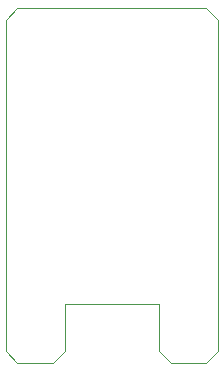
<source format=gm1>
G04 #@! TF.GenerationSoftware,KiCad,Pcbnew,(5.1.7)-1*
G04 #@! TF.CreationDate,2021-11-13T12:09:10+01:00*
G04 #@! TF.ProjectId,psu-module-negative,7073752d-6d6f-4647-956c-652d6e656761,rev?*
G04 #@! TF.SameCoordinates,Original*
G04 #@! TF.FileFunction,Profile,NP*
%FSLAX46Y46*%
G04 Gerber Fmt 4.6, Leading zero omitted, Abs format (unit mm)*
G04 Created by KiCad (PCBNEW (5.1.7)-1) date 2021-11-13 12:09:10*
%MOMM*%
%LPD*%
G01*
G04 APERTURE LIST*
G04 #@! TA.AperFunction,Profile*
%ADD10C,0.050000*%
G04 #@! TD*
G04 APERTURE END LIST*
D10*
X33000000Y-34000000D02*
X32000000Y-35000000D01*
X15000000Y-34000000D02*
X16000000Y-35000000D01*
X28000000Y-34000000D02*
X29000000Y-35000000D01*
X19000000Y-35000000D02*
X20000000Y-34000000D01*
X28000000Y-30000000D02*
X28000000Y-34000000D01*
X20000000Y-30000000D02*
X20000000Y-34000000D01*
X29000000Y-35000000D02*
X32000000Y-35000000D01*
X16000000Y-35000000D02*
X19000000Y-35000000D01*
X33000000Y-6000000D02*
X32000000Y-5000000D01*
X15000000Y-6000000D02*
X16000000Y-5000000D01*
X32000000Y-5000000D02*
X16000000Y-5000000D01*
X33000000Y-34000000D02*
X33000000Y-6000000D01*
X20000000Y-30000000D02*
X28000000Y-30000000D01*
X15000000Y-6000000D02*
X15000000Y-34000000D01*
M02*

</source>
